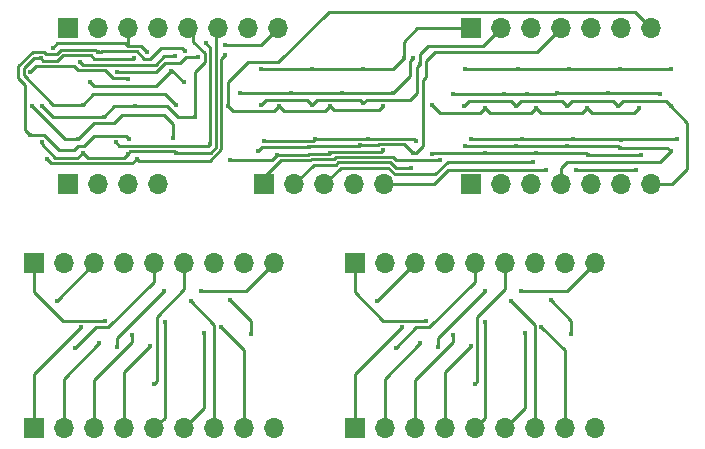
<source format=gbr>
G04 #@! TF.GenerationSoftware,KiCad,Pcbnew,(5.1.9)-1*
G04 #@! TF.CreationDate,2021-05-14T22:58:57-04:00*
G04 #@! TF.ProjectId,Scratch+Com Panelized,53637261-7463-4682-9b43-6f6d2050616e,rev?*
G04 #@! TF.SameCoordinates,Original*
G04 #@! TF.FileFunction,Copper,L2,Bot*
G04 #@! TF.FilePolarity,Positive*
%FSLAX46Y46*%
G04 Gerber Fmt 4.6, Leading zero omitted, Abs format (unit mm)*
G04 Created by KiCad (PCBNEW (5.1.9)-1) date 2021-05-14 22:58:57*
%MOMM*%
%LPD*%
G01*
G04 APERTURE LIST*
G04 #@! TA.AperFunction,ComponentPad*
%ADD10O,1.700000X1.700000*%
G04 #@! TD*
G04 #@! TA.AperFunction,ComponentPad*
%ADD11R,1.700000X1.700000*%
G04 #@! TD*
G04 #@! TA.AperFunction,ViaPad*
%ADD12C,0.450000*%
G04 #@! TD*
G04 #@! TA.AperFunction,Conductor*
%ADD13C,0.250000*%
G04 #@! TD*
G04 APERTURE END LIST*
D10*
X133843000Y-99842000D03*
X131303000Y-99842000D03*
X128763000Y-99842000D03*
X126223000Y-99842000D03*
D11*
X123683000Y-99842000D03*
D10*
X156449000Y-99842000D03*
X153909000Y-99842000D03*
X151369000Y-99842000D03*
X148829000Y-99842000D03*
X146289000Y-99842000D03*
X143749000Y-99842000D03*
D11*
X141209000Y-99842000D03*
D10*
X156449000Y-86634000D03*
X153909000Y-86634000D03*
X151369000Y-86634000D03*
X148829000Y-86634000D03*
X146289000Y-86634000D03*
X143749000Y-86634000D03*
D11*
X141209000Y-86634000D03*
D10*
X114666000Y-99842000D03*
X112126000Y-99842000D03*
X109586000Y-99842000D03*
D11*
X107046000Y-99842000D03*
D10*
X124826000Y-86634000D03*
X122286000Y-86634000D03*
X119746000Y-86634000D03*
X117206000Y-86634000D03*
X114666000Y-86634000D03*
X112126000Y-86634000D03*
X109586000Y-86634000D03*
D11*
X107046000Y-86634000D03*
D10*
X124525000Y-120515000D03*
X121985000Y-120515000D03*
X119445000Y-120515000D03*
X116905000Y-120515000D03*
X114365000Y-120515000D03*
X111825000Y-120515000D03*
X109285000Y-120515000D03*
X106745000Y-120515000D03*
D11*
X104205000Y-120515000D03*
D10*
X124525000Y-106545000D03*
X121985000Y-106545000D03*
X119445000Y-106545000D03*
X116905000Y-106545000D03*
X114365000Y-106545000D03*
X111825000Y-106545000D03*
X109285000Y-106545000D03*
X106745000Y-106545000D03*
D11*
X104205000Y-106545000D03*
D10*
X151675000Y-120515000D03*
X149135000Y-120515000D03*
X146595000Y-120515000D03*
X144055000Y-120515000D03*
X141515000Y-120515000D03*
X138975000Y-120515000D03*
X136435000Y-120515000D03*
X133895000Y-120515000D03*
D11*
X131355000Y-120515000D03*
D10*
X151675000Y-106545000D03*
X149135000Y-106545000D03*
X146595000Y-106545000D03*
X144055000Y-106545000D03*
X141515000Y-106545000D03*
X138975000Y-106545000D03*
X136435000Y-106545000D03*
X133895000Y-106545000D03*
D11*
X131355000Y-106545000D03*
D12*
X103998000Y-93238000D03*
X115936000Y-95905000D03*
X107935000Y-96032000D03*
X103871000Y-90317000D03*
X112126000Y-90952000D03*
X103871000Y-95651000D03*
X112253000Y-96032000D03*
X109586000Y-88666000D03*
X116952000Y-88539000D03*
X106110000Y-109783500D03*
X133260000Y-109783500D03*
X116888500Y-91206000D03*
X108951000Y-91206000D03*
X105776000Y-88285000D03*
X113777000Y-88666000D03*
X115809000Y-90232010D03*
X138542000Y-97810000D03*
X136129000Y-98445000D03*
X146416000Y-97937000D03*
X116190000Y-93111000D03*
X108316000Y-93111000D03*
X104760000Y-89174000D03*
X112634000Y-89174000D03*
X107697500Y-113720500D03*
X134847500Y-113720500D03*
X104887000Y-93238000D03*
X112761000Y-93238000D03*
X117841000Y-94127000D03*
X110094000Y-94127000D03*
X114361500Y-116765000D03*
X141511500Y-116765000D03*
X112126000Y-97302000D03*
X104887000Y-96286000D03*
X116190000Y-97175000D03*
X108316000Y-97175000D03*
X122556500Y-112514000D03*
X120810250Y-109688250D03*
X149706500Y-112514000D03*
X147960250Y-109688250D03*
X120381000Y-88920000D03*
X112888000Y-97683000D03*
X105268000Y-97683000D03*
X118095000Y-89047000D03*
X111237000Y-90317000D03*
X147559000Y-98614010D03*
X150099000Y-98614010D03*
X155179000Y-98614010D03*
X120381000Y-88031000D03*
X118730000Y-87904000D03*
X111110000Y-96286000D03*
X108062000Y-89470010D03*
X119068990Y-96413000D03*
X116182084Y-89004990D03*
X115196249Y-108900249D03*
X118302000Y-108894500D03*
X111240922Y-113659554D03*
X142346249Y-108900249D03*
X145452000Y-108894500D03*
X138390922Y-113659554D03*
X132065000Y-90063000D03*
X135494000Y-89174000D03*
X123429000Y-90063000D03*
X127747000Y-90063000D03*
X132065000Y-92984000D03*
X127747000Y-93111000D03*
X123429000Y-93111000D03*
X136848990Y-89682000D03*
X136510000Y-96159000D03*
X128001000Y-96032000D03*
X123683000Y-96159000D03*
X132446000Y-95994947D03*
X136256000Y-97175000D03*
X123175000Y-97048000D03*
X127491825Y-96741047D03*
X131811000Y-96544957D03*
X120762000Y-97810000D03*
X124755452Y-97365950D03*
X129271000Y-97190979D03*
X133716000Y-96994968D03*
X136256000Y-89174000D03*
X130287000Y-92095000D03*
X134605000Y-92095000D03*
X121651000Y-92095000D03*
X125969000Y-92095000D03*
X129271000Y-93238000D03*
X133716000Y-93238000D03*
X120635000Y-93238000D03*
X124953000Y-93238000D03*
X140701000Y-90063000D03*
X145146000Y-90063000D03*
X149464000Y-90063000D03*
X153782000Y-90063000D03*
X158100000Y-90063000D03*
X145908000Y-92222000D03*
X144003000Y-92222000D03*
X148448000Y-92095000D03*
X152766000Y-92095000D03*
X157211000Y-92222000D03*
X139685000Y-92222000D03*
X141209000Y-96032000D03*
X145527000Y-96032000D03*
X149845000Y-96032000D03*
X158608000Y-96032000D03*
X153866990Y-96113337D03*
X158100000Y-97048000D03*
X140701000Y-96624990D03*
X145019000Y-96624990D03*
X149337000Y-96624990D03*
X153781245Y-96757668D03*
X142352000Y-97175000D03*
X146670000Y-97175000D03*
X137877863Y-97259990D03*
X155560000Y-97386990D03*
X151115000Y-97386990D03*
X137907000Y-93111000D03*
X142352000Y-93365000D03*
X146670000Y-93365000D03*
X150988000Y-93365000D03*
X155433000Y-93365000D03*
X140574000Y-93238000D03*
X145019000Y-93238000D03*
X149337000Y-93238000D03*
X153655000Y-93238000D03*
X158100000Y-93238000D03*
X110237500Y-111434500D03*
X137387500Y-111434500D03*
X108172952Y-111984510D03*
X135322952Y-111984510D03*
X109729500Y-113339500D03*
X136879500Y-113339500D03*
X112523500Y-112641000D03*
X139673500Y-112641000D03*
X114047500Y-113530000D03*
X141197500Y-113530000D03*
X115254000Y-111498000D03*
X142404000Y-111498000D03*
X118595000Y-112426000D03*
X145745000Y-112426000D03*
X117476498Y-109783500D03*
X144626498Y-109783500D03*
X119995010Y-111933603D03*
X147145010Y-111933603D03*
D13*
X104338991Y-89849009D02*
X103871000Y-90317000D01*
X107594009Y-89849009D02*
X104338991Y-89849009D01*
X107935000Y-90190000D02*
X107594009Y-89849009D01*
X110221000Y-90190000D02*
X107935000Y-90190000D01*
X112041001Y-90867001D02*
X112126000Y-90952000D01*
X110898001Y-90867001D02*
X112041001Y-90867001D01*
X110221000Y-90190000D02*
X110898001Y-90867001D01*
X115936000Y-94762000D02*
X115174000Y-94000000D01*
X115174000Y-94000000D02*
X111618000Y-94000000D01*
X109289999Y-94677001D02*
X107935000Y-96032000D01*
X110940999Y-94677001D02*
X109289999Y-94677001D01*
X111618000Y-94000000D02*
X110940999Y-94677001D01*
X115936000Y-95905000D02*
X115936000Y-94762000D01*
X106866998Y-96032000D02*
X107935000Y-96032000D01*
X106792000Y-96032000D02*
X106866998Y-96032000D01*
X103998000Y-93238000D02*
X106792000Y-96032000D01*
X105066002Y-95651000D02*
X106336002Y-96921000D01*
X103871000Y-95651000D02*
X105066002Y-95651000D01*
X106336002Y-96921000D02*
X107554000Y-96921000D01*
X107892999Y-96582001D02*
X108400999Y-96582001D01*
X107554000Y-96921000D02*
X107892999Y-96582001D01*
X109247001Y-95735999D02*
X111956999Y-95735999D01*
X111956999Y-95735999D02*
X112253000Y-96032000D01*
X108400999Y-96582001D02*
X109247001Y-95735999D01*
X102870989Y-89866599D02*
X102870989Y-90840989D01*
X104113589Y-88623999D02*
X102870989Y-89866599D01*
X105024001Y-88623999D02*
X104113589Y-88623999D01*
X105235003Y-88835001D02*
X105024001Y-88623999D01*
X106113589Y-88835001D02*
X105235003Y-88835001D01*
X106478600Y-88469990D02*
X106113589Y-88835001D01*
X109389990Y-88469990D02*
X106478600Y-88469990D01*
X109586000Y-88666000D02*
X109389990Y-88469990D01*
X103447999Y-95227999D02*
X103871000Y-95651000D01*
X103447999Y-91417999D02*
X103447999Y-95227999D01*
X102870989Y-90840989D02*
X103447999Y-91417999D01*
X109904198Y-88666000D02*
X109962188Y-88608010D01*
X109586000Y-88666000D02*
X109904198Y-88666000D01*
X109962188Y-88608010D02*
X112905008Y-88608010D01*
X113512999Y-89216001D02*
X114041001Y-89216001D01*
X114943001Y-88314001D02*
X116727001Y-88314001D01*
X114041001Y-89216001D02*
X114943001Y-88314001D01*
X116727001Y-88314001D02*
X116952000Y-88539000D01*
X112905008Y-88608010D02*
X113512999Y-89216001D01*
X109285000Y-106545000D02*
X106110000Y-109720000D01*
X106110000Y-109720000D02*
X106110000Y-109783500D01*
X136435000Y-106545000D02*
X133260000Y-109720000D01*
X133260000Y-109720000D02*
X133260000Y-109783500D01*
X113269000Y-88158000D02*
X113777000Y-88666000D01*
X116507500Y-90825000D02*
X116888500Y-91206000D01*
X112126000Y-88158000D02*
X112126000Y-86634000D01*
X113269000Y-88158000D02*
X112126000Y-88158000D01*
X106157000Y-87904000D02*
X105776000Y-88285000D01*
X111872000Y-87904000D02*
X106157000Y-87904000D01*
X112126000Y-88158000D02*
X111872000Y-87904000D01*
X116888500Y-91206000D02*
X115914510Y-90232010D01*
X115914510Y-90232010D02*
X115809000Y-90232010D01*
X109247001Y-91502001D02*
X114539009Y-91502001D01*
X114539009Y-91502001D02*
X115809000Y-90232010D01*
X108951000Y-91206000D02*
X109247001Y-91502001D01*
X138542000Y-97810000D02*
X134822824Y-97810000D01*
X134822824Y-97810000D02*
X134557802Y-97544978D01*
X134557802Y-97544978D02*
X129787200Y-97544978D01*
X129787200Y-97544978D02*
X129591189Y-97740989D01*
X125080000Y-97810000D02*
X123683000Y-99207000D01*
X127618589Y-97810000D02*
X125080000Y-97810000D01*
X129591189Y-97740989D02*
X127687600Y-97740989D01*
X123683000Y-99207000D02*
X123683000Y-99842000D01*
X127687600Y-97740989D02*
X127618589Y-97810000D01*
X129973600Y-97994989D02*
X129777589Y-98191000D01*
X136129000Y-98445000D02*
X134821413Y-98445000D01*
X129777589Y-98191000D02*
X127874000Y-98191000D01*
X134371402Y-97994989D02*
X129973600Y-97994989D01*
X127874000Y-98191000D02*
X126223000Y-99842000D01*
X134821413Y-98445000D02*
X134371402Y-97994989D01*
X138171001Y-98995001D02*
X134735003Y-98995001D01*
X134185002Y-98445000D02*
X130160000Y-98445000D01*
X130160000Y-98445000D02*
X128763000Y-99842000D01*
X139229002Y-97937000D02*
X138171001Y-98995001D01*
X146416000Y-97937000D02*
X139229002Y-97937000D01*
X134735003Y-98995001D02*
X134185002Y-98445000D01*
X115301000Y-92222000D02*
X116190000Y-93111000D01*
X109205000Y-92222000D02*
X115301000Y-92222000D01*
X108316000Y-93111000D02*
X109205000Y-92222000D01*
X104199998Y-89174000D02*
X104760000Y-89174000D01*
X103320999Y-90052999D02*
X104199998Y-89174000D01*
X103320999Y-90581001D02*
X103320999Y-90052999D01*
X105850998Y-93111000D02*
X103320999Y-90581001D01*
X108316000Y-93111000D02*
X105850998Y-93111000D01*
X112591999Y-89216001D02*
X112634000Y-89174000D01*
X106186001Y-89398999D02*
X106665000Y-88920000D01*
X104760000Y-89174000D02*
X104984999Y-89398999D01*
X104984999Y-89398999D02*
X106186001Y-89398999D01*
X109321999Y-89216001D02*
X112591999Y-89216001D01*
X106665000Y-88920000D02*
X109025998Y-88920000D01*
X109025998Y-88920000D02*
X109321999Y-89216001D01*
X114365000Y-108121002D02*
X114365000Y-106545000D01*
X110501501Y-111984501D02*
X114365000Y-108121002D01*
X109433499Y-111984501D02*
X110501501Y-111984501D01*
X107697500Y-113720500D02*
X109433499Y-111984501D01*
X141515000Y-108121002D02*
X141515000Y-106545000D01*
X137651501Y-111984501D02*
X141515000Y-108121002D01*
X136583499Y-111984501D02*
X137651501Y-111984501D01*
X134847500Y-113720500D02*
X136583499Y-111984501D01*
X117639002Y-87777000D02*
X117639002Y-87067002D01*
X117639002Y-87067002D02*
X117206000Y-86634000D01*
X118645001Y-88782999D02*
X117639002Y-87777000D01*
X118645001Y-89512999D02*
X118645001Y-88782999D01*
X117841000Y-90317000D02*
X118645001Y-89512999D01*
X117841000Y-94127000D02*
X117841000Y-90317000D01*
X110983000Y-93238000D02*
X112761000Y-93238000D01*
X110094000Y-94127000D02*
X110983000Y-93238000D01*
X105776000Y-94127000D02*
X104887000Y-93238000D01*
X110094000Y-94127000D02*
X105776000Y-94127000D01*
X115502998Y-93238000D02*
X116391998Y-94127000D01*
X112761000Y-93238000D02*
X115502998Y-93238000D01*
X116391998Y-94127000D02*
X117841000Y-94127000D01*
X114597501Y-116528999D02*
X114361500Y-116765000D01*
X116905000Y-108767500D02*
X114597501Y-111074999D01*
X114597501Y-111074999D02*
X114597501Y-116528999D01*
X116905000Y-106545000D02*
X116905000Y-108767500D01*
X141747501Y-116528999D02*
X141511500Y-116765000D01*
X144055000Y-108767500D02*
X141747501Y-111074999D01*
X141747501Y-111074999D02*
X141747501Y-116528999D01*
X144055000Y-106545000D02*
X144055000Y-108767500D01*
X108316000Y-97175000D02*
X107877010Y-97613990D01*
X107877010Y-97613990D02*
X106012992Y-97613990D01*
X104887000Y-96487998D02*
X104887000Y-96286000D01*
X106012992Y-97613990D02*
X104887000Y-96487998D01*
X116147999Y-97132999D02*
X116190000Y-97175000D01*
X108316000Y-97175000D02*
X108754990Y-97613990D01*
X111814010Y-97613990D02*
X112126000Y-97302000D01*
X108754990Y-97613990D02*
X111814010Y-97613990D01*
X112350999Y-97077001D02*
X116092001Y-97077001D01*
X116092001Y-97077001D02*
X116190000Y-97175000D01*
X112126000Y-97302000D02*
X112350999Y-97077001D01*
X119619000Y-86761000D02*
X119746000Y-86634000D01*
X119619000Y-96719002D02*
X119619000Y-86761000D01*
X119163002Y-97175000D02*
X119619000Y-96719002D01*
X116190000Y-97175000D02*
X119163002Y-97175000D01*
X122556500Y-112514000D02*
X122556500Y-111434500D01*
X122556500Y-111434500D02*
X120810250Y-109688250D01*
X120810250Y-109688250D02*
X120778500Y-109656500D01*
X149706500Y-112514000D02*
X149706500Y-111434500D01*
X149706500Y-111434500D02*
X147960250Y-109688250D01*
X147960250Y-109688250D02*
X147928500Y-109656500D01*
X122159000Y-86634000D02*
X122286000Y-86634000D01*
X105268000Y-97683000D02*
X105649000Y-98064000D01*
X112507000Y-98064000D02*
X112888000Y-97683000D01*
X105649000Y-98064000D02*
X112507000Y-98064000D01*
X119066413Y-97907999D02*
X120069010Y-96905402D01*
X113112999Y-97907999D02*
X119066413Y-97907999D01*
X112888000Y-97683000D02*
X113112999Y-97907999D01*
X120069010Y-89231990D02*
X120381000Y-88920000D01*
X118052999Y-89089001D02*
X118095000Y-89047000D01*
X117036999Y-89089001D02*
X118052999Y-89089001D01*
X116571000Y-89555000D02*
X117036999Y-89089001D01*
X115301000Y-89555000D02*
X116571000Y-89555000D01*
X114539000Y-90317000D02*
X115301000Y-89555000D01*
X111237000Y-90317000D02*
X114539000Y-90317000D01*
X120069010Y-96905402D02*
X120069010Y-89231990D01*
X133843000Y-99842000D02*
X138034000Y-99842000D01*
X139261990Y-98614010D02*
X147559000Y-98614010D01*
X138034000Y-99842000D02*
X139261990Y-98614010D01*
X154860802Y-98614010D02*
X150099000Y-98614010D01*
X155179000Y-98614010D02*
X154860802Y-98614010D01*
X111406001Y-96582001D02*
X118899989Y-96582001D01*
X118899989Y-96582001D02*
X119068990Y-96413000D01*
X119111000Y-88285000D02*
X119111000Y-96370990D01*
X111110000Y-96286000D02*
X111406001Y-96582001D01*
X119111000Y-96370990D02*
X119068990Y-96413000D01*
X118730000Y-87904000D02*
X119111000Y-88285000D01*
X123429000Y-88031000D02*
X124826000Y-86634000D01*
X120381000Y-88031000D02*
X123429000Y-88031000D01*
X108062000Y-89470010D02*
X108315991Y-89724001D01*
X114495589Y-89724001D02*
X115214600Y-89004990D01*
X115214600Y-89004990D02*
X116182084Y-89004990D01*
X108315991Y-89724001D02*
X114495589Y-89724001D01*
X122175500Y-108894500D02*
X124525000Y-106545000D01*
X118302000Y-108894500D02*
X122175500Y-108894500D01*
X111240922Y-112855576D02*
X111240922Y-113659554D01*
X115196249Y-108900249D02*
X111240922Y-112855576D01*
X149325500Y-108894500D02*
X151675000Y-106545000D01*
X145452000Y-108894500D02*
X149325500Y-108894500D01*
X138390922Y-112855576D02*
X138390922Y-113659554D01*
X142346249Y-108900249D02*
X138390922Y-112855576D01*
X123429000Y-90063000D02*
X127747000Y-90063000D01*
X127747000Y-90063000D02*
X132065000Y-90063000D01*
X132065000Y-90063000D02*
X134605000Y-90063000D01*
X134605000Y-90063000D02*
X135494000Y-89174000D01*
X135494000Y-87777000D02*
X135494000Y-89174000D01*
X136637000Y-86634000D02*
X135494000Y-87777000D01*
X141209000Y-86634000D02*
X136637000Y-86634000D01*
X127323999Y-92687999D02*
X127747000Y-93111000D01*
X123852001Y-92687999D02*
X127323999Y-92687999D01*
X123429000Y-93111000D02*
X123852001Y-92687999D01*
X127747000Y-93111000D02*
X128170001Y-92687999D01*
X131768999Y-92687999D02*
X132065000Y-92984000D01*
X128170001Y-92687999D02*
X131768999Y-92687999D01*
X132361001Y-92687999D02*
X132065000Y-92984000D01*
X132742001Y-92687999D02*
X132869001Y-92687999D01*
X132869001Y-92687999D02*
X132361001Y-92687999D01*
X136623991Y-92108009D02*
X136623991Y-89906999D01*
X143749000Y-86634000D02*
X142225000Y-88158000D01*
X136623991Y-89906999D02*
X136848990Y-89682000D01*
X132869001Y-92687999D02*
X136044001Y-92687999D01*
X136848990Y-88835010D02*
X136848990Y-89682000D01*
X136044001Y-92687999D02*
X136623991Y-92108009D01*
X137526000Y-88158000D02*
X136848990Y-88835010D01*
X142225000Y-88158000D02*
X137526000Y-88158000D01*
X127874000Y-96159000D02*
X128001000Y-96032000D01*
X123683000Y-96159000D02*
X127874000Y-96159000D01*
X136345947Y-95994947D02*
X132446000Y-95994947D01*
X136510000Y-96159000D02*
X136345947Y-95994947D01*
X128001000Y-96032000D02*
X128038053Y-95994947D01*
X128038053Y-95994947D02*
X132446000Y-95994947D01*
X146797000Y-88666000D02*
X148829000Y-86634000D01*
X138161000Y-88666000D02*
X146797000Y-88666000D01*
X137399000Y-90751412D02*
X137399000Y-89428000D01*
X137145000Y-91005412D02*
X137399000Y-90751412D01*
X137145000Y-96604198D02*
X137145000Y-91005412D01*
X136574198Y-97175000D02*
X137145000Y-96604198D01*
X137399000Y-89428000D02*
X138161000Y-88666000D01*
X136256000Y-97175000D02*
X136574198Y-97175000D01*
X123175000Y-97048000D02*
X123481953Y-96741047D01*
X123481953Y-96741047D02*
X127491825Y-96741047D01*
X136256000Y-97175000D02*
X135525966Y-96444966D01*
X133451998Y-96444966D02*
X133352007Y-96544957D01*
X135525966Y-96444966D02*
X133451998Y-96444966D01*
X127491825Y-96741047D02*
X127591895Y-96640977D01*
X127591895Y-96640977D02*
X131714980Y-96640977D01*
X133352007Y-96544957D02*
X131811000Y-96544957D01*
X131714980Y-96640977D02*
X131811000Y-96544957D01*
X120762000Y-97810000D02*
X124311402Y-97810000D01*
X124311402Y-97810000D02*
X124755452Y-97365950D01*
X124755452Y-97365950D02*
X124761413Y-97359989D01*
X127432189Y-97359989D02*
X127501200Y-97290978D01*
X124761413Y-97359989D02*
X127432189Y-97359989D01*
X127501200Y-97290978D02*
X129171001Y-97290978D01*
X129171001Y-97290978D02*
X129271000Y-97190979D01*
X133616001Y-97094967D02*
X133716000Y-96994968D01*
X129367012Y-97094967D02*
X133616001Y-97094967D01*
X129271000Y-97190979D02*
X129367012Y-97094967D01*
X121651000Y-92095000D02*
X125969000Y-92095000D01*
X125969000Y-92095000D02*
X130287000Y-92095000D01*
X130287000Y-92095000D02*
X134605000Y-92095000D01*
X134605000Y-92095000D02*
X136044001Y-90655999D01*
X136044001Y-89385999D02*
X136256000Y-89174000D01*
X136044001Y-90655999D02*
X136044001Y-89385999D01*
X124529999Y-93661001D02*
X124953000Y-93238000D01*
X121058001Y-93661001D02*
X124529999Y-93661001D01*
X120635000Y-93238000D02*
X121058001Y-93661001D01*
X125376001Y-93661001D02*
X128847999Y-93661001D01*
X128847999Y-93661001D02*
X129271000Y-93238000D01*
X124953000Y-93238000D02*
X125376001Y-93661001D01*
X133419999Y-93534001D02*
X133716000Y-93238000D01*
X129567001Y-93534001D02*
X133419999Y-93534001D01*
X129271000Y-93238000D02*
X129567001Y-93534001D01*
X129144000Y-85237000D02*
X155052000Y-85237000D01*
X124868001Y-89512999D02*
X129144000Y-85237000D01*
X122328001Y-89512999D02*
X124868001Y-89512999D01*
X120635000Y-91206000D02*
X122328001Y-89512999D01*
X155052000Y-85237000D02*
X156449000Y-86634000D01*
X120635000Y-93238000D02*
X120635000Y-91206000D01*
X140701000Y-90063000D02*
X145146000Y-90063000D01*
X145146000Y-90063000D02*
X149464000Y-90063000D01*
X149464000Y-90063000D02*
X153782000Y-90063000D01*
X153782000Y-90063000D02*
X158100000Y-90063000D01*
X139685000Y-92222000D02*
X144003000Y-92222000D01*
X148448000Y-92095000D02*
X152766000Y-92095000D01*
X157084000Y-92095000D02*
X157211000Y-92222000D01*
X152766000Y-92095000D02*
X157084000Y-92095000D01*
X144003000Y-92222000D02*
X145908000Y-92222000D01*
X148321000Y-92222000D02*
X148448000Y-92095000D01*
X145908000Y-92222000D02*
X148321000Y-92222000D01*
X141209000Y-96032000D02*
X145527000Y-96032000D01*
X145527000Y-96032000D02*
X149845000Y-96032000D01*
X158608000Y-96032000D02*
X153948327Y-96032000D01*
X153785653Y-96032000D02*
X153866990Y-96113337D01*
X149845000Y-96032000D02*
X153785653Y-96032000D01*
X153948327Y-96032000D02*
X153866990Y-96113337D01*
X140701000Y-96624990D02*
X145019000Y-96624990D01*
X145019000Y-96624990D02*
X149337000Y-96624990D01*
X149337000Y-97937000D02*
X148829000Y-98445000D01*
X157211000Y-97937000D02*
X149337000Y-97937000D01*
X148829000Y-98445000D02*
X148829000Y-99842000D01*
X158100000Y-97048000D02*
X157211000Y-97937000D01*
X153648567Y-96624990D02*
X153781245Y-96757668D01*
X149337000Y-96624990D02*
X153648567Y-96624990D01*
X157809668Y-96757668D02*
X153781245Y-96757668D01*
X158100000Y-97048000D02*
X157809668Y-96757668D01*
X142606000Y-97175000D02*
X142352000Y-97175000D01*
X146670000Y-97175000D02*
X142606000Y-97175000D01*
X137962853Y-97175000D02*
X137877863Y-97259990D01*
X142352000Y-97175000D02*
X137962853Y-97175000D01*
X155241802Y-97386990D02*
X151115000Y-97386990D01*
X155560000Y-97386990D02*
X155241802Y-97386990D01*
X150903010Y-97175000D02*
X151115000Y-97386990D01*
X146670000Y-97175000D02*
X150903010Y-97175000D01*
X155009999Y-93788001D02*
X151411001Y-93788001D01*
X151411001Y-93788001D02*
X150988000Y-93365000D01*
X155433000Y-93365000D02*
X155009999Y-93788001D01*
X147093001Y-93788001D02*
X146670000Y-93365000D01*
X150564999Y-93788001D02*
X147093001Y-93788001D01*
X150988000Y-93365000D02*
X150564999Y-93788001D01*
X142775001Y-93788001D02*
X142352000Y-93365000D01*
X146246999Y-93788001D02*
X142775001Y-93788001D01*
X146670000Y-93365000D02*
X146246999Y-93788001D01*
X138584001Y-93788001D02*
X137907000Y-93111000D01*
X141928999Y-93788001D02*
X138584001Y-93788001D01*
X142352000Y-93365000D02*
X141928999Y-93788001D01*
X144595999Y-92814999D02*
X145019000Y-93238000D01*
X140997001Y-92814999D02*
X144595999Y-92814999D01*
X140574000Y-93238000D02*
X140997001Y-92814999D01*
X148913999Y-92814999D02*
X149337000Y-93238000D01*
X145442001Y-92814999D02*
X148913999Y-92814999D01*
X145019000Y-93238000D02*
X145442001Y-92814999D01*
X153231999Y-92814999D02*
X153655000Y-93238000D01*
X149760001Y-92814999D02*
X153231999Y-92814999D01*
X149337000Y-93238000D02*
X149760001Y-92814999D01*
X157676999Y-92814999D02*
X158100000Y-93238000D01*
X154078001Y-92814999D02*
X157676999Y-92814999D01*
X153655000Y-93238000D02*
X154078001Y-92814999D01*
X156449000Y-99842000D02*
X158227000Y-99842000D01*
X158227000Y-99842000D02*
X159497000Y-98572000D01*
X159497000Y-94635000D02*
X158100000Y-93238000D01*
X159497000Y-98572000D02*
X159497000Y-94635000D01*
X104205000Y-109021500D02*
X104205000Y-106545000D01*
X106618000Y-111434500D02*
X104205000Y-109021500D01*
X110237500Y-111434500D02*
X106618000Y-111434500D01*
X131355000Y-109021500D02*
X131355000Y-106545000D01*
X133768000Y-111434500D02*
X131355000Y-109021500D01*
X137387500Y-111434500D02*
X133768000Y-111434500D01*
X104205000Y-115952462D02*
X108172952Y-111984510D01*
X104205000Y-120515000D02*
X104205000Y-115952462D01*
X131355000Y-115952462D02*
X135322952Y-111984510D01*
X131355000Y-120515000D02*
X131355000Y-115952462D01*
X106745000Y-120515000D02*
X106745000Y-116324000D01*
X106745000Y-116324000D02*
X109729500Y-113339500D01*
X133895000Y-120515000D02*
X133895000Y-116324000D01*
X133895000Y-116324000D02*
X136879500Y-113339500D01*
X112523500Y-113190980D02*
X112523500Y-112641000D01*
X109285000Y-116429480D02*
X112523500Y-113190980D01*
X109285000Y-120515000D02*
X109285000Y-116429480D01*
X139673500Y-113190980D02*
X139673500Y-112641000D01*
X136435000Y-116429480D02*
X139673500Y-113190980D01*
X136435000Y-120515000D02*
X136435000Y-116429480D01*
X111825000Y-120515000D02*
X111825000Y-115752500D01*
X111825000Y-115752500D02*
X114047500Y-113530000D01*
X138975000Y-120515000D02*
X138975000Y-115752500D01*
X138975000Y-115752500D02*
X141197500Y-113530000D01*
X115254000Y-119626000D02*
X114365000Y-120515000D01*
X115254000Y-111498000D02*
X115254000Y-119626000D01*
X142404000Y-119626000D02*
X141515000Y-120515000D01*
X142404000Y-111498000D02*
X142404000Y-119626000D01*
X118595000Y-118825000D02*
X116905000Y-120515000D01*
X118595000Y-112426000D02*
X118595000Y-118825000D01*
X145745000Y-118825000D02*
X144055000Y-120515000D01*
X145745000Y-112426000D02*
X145745000Y-118825000D01*
X117476500Y-109783500D02*
X117476498Y-109783500D01*
X119445000Y-120515000D02*
X119445000Y-111752000D01*
X119445000Y-111752000D02*
X117476500Y-109783500D01*
X144626500Y-109783500D02*
X144626498Y-109783500D01*
X146595000Y-120515000D02*
X146595000Y-111752000D01*
X146595000Y-111752000D02*
X144626500Y-109783500D01*
X121985000Y-120515000D02*
X121985000Y-113923593D01*
X121985000Y-113923593D02*
X119995010Y-111933603D01*
X149135000Y-120515000D02*
X149135000Y-113923593D01*
X149135000Y-113923593D02*
X147145010Y-111933603D01*
M02*

</source>
